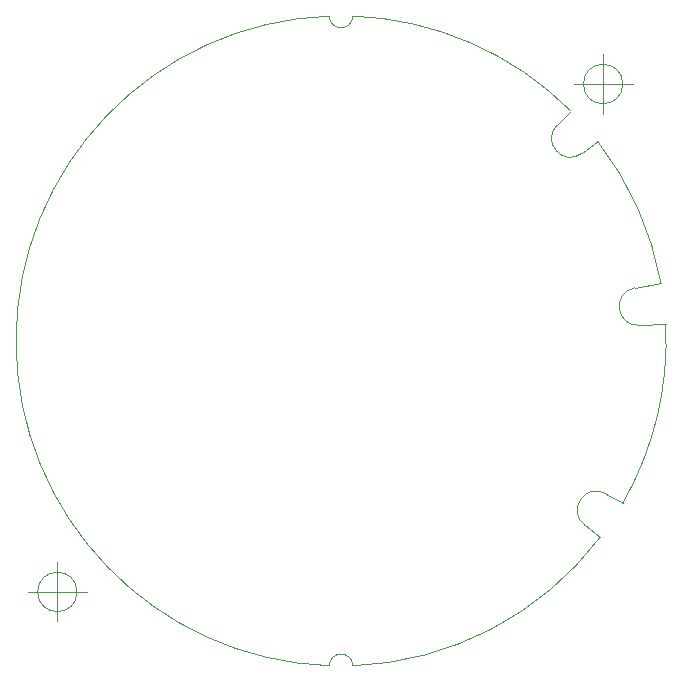
<source format=gbr>
%TF.GenerationSoftware,KiCad,Pcbnew,(5.99.0-10431-gb63c482347)*%
%TF.CreationDate,2021-11-02T14:19:32+01:00*%
%TF.ProjectId,boitarire,626f6974-6172-4697-9265-2e6b69636164,rev?*%
%TF.SameCoordinates,Original*%
%TF.FileFunction,Profile,NP*%
%FSLAX46Y46*%
G04 Gerber Fmt 4.6, Leading zero omitted, Abs format (unit mm)*
G04 Created by KiCad (PCBNEW (5.99.0-10431-gb63c482347)) date 2021-11-02 14:19:32*
%MOMM*%
%LPD*%
G01*
G04 APERTURE LIST*
%TA.AperFunction,Profile*%
%ADD10C,0.000310*%
%TD*%
%TA.AperFunction,Profile*%
%ADD11C,0.100000*%
%TD*%
G04 APERTURE END LIST*
D10*
X185732335Y-51838066D02*
G75*
G02*
X191102440Y-63852031I-21711435J-16911935D01*
G01*
X191504083Y-67309668D02*
G75*
G02*
X187854698Y-82510450I-27483183J-1440333D01*
G01*
X163020306Y-96252702D02*
G75*
G02*
X165021494Y-96252705I1000594J-18199D01*
G01*
X189254863Y-67427547D02*
X191504071Y-67309668D01*
X163020304Y-96252705D02*
G75*
G02*
X163020305Y-41247297I1000596J27502704D01*
G01*
X187854699Y-82510451D02*
X186425114Y-81685124D01*
X165021495Y-41247296D02*
G75*
G02*
X163020306Y-41247301I-1000595J18195D01*
G01*
X185975873Y-85344503D02*
X184659073Y-84349147D01*
X184430117Y-52852479D02*
G75*
G02*
X182313921Y-50457039I-983966J1263210D01*
G01*
X185732388Y-51838058D02*
X184430099Y-52852429D01*
X189254800Y-67427545D02*
G75*
G02*
X188886018Y-64252871I-83801J1599022D01*
G01*
X165021496Y-41247297D02*
G75*
G02*
X183481115Y-49289786I-1000596J-27502704D01*
G01*
X182313892Y-50457009D02*
X183481078Y-49289823D01*
X188886083Y-64252876D02*
X191102466Y-63852012D01*
X185975907Y-85344506D02*
G75*
G02*
X165021495Y-96252705I-21955007J16594505D01*
G01*
X184658996Y-84349151D02*
G75*
G02*
X186425114Y-81685083I965510J1277374D01*
G01*
D11*
X141666666Y-90000000D02*
G75*
G03*
X141666666Y-90000000I-1666666J0D01*
G01*
X137500000Y-90000000D02*
X142500000Y-90000000D01*
X140000000Y-87500000D02*
X140000000Y-92500000D01*
X187866666Y-47000000D02*
G75*
G03*
X187866666Y-47000000I-1666666J0D01*
G01*
X183700000Y-47000000D02*
X188700000Y-47000000D01*
X186200000Y-44500000D02*
X186200000Y-49500000D01*
M02*

</source>
